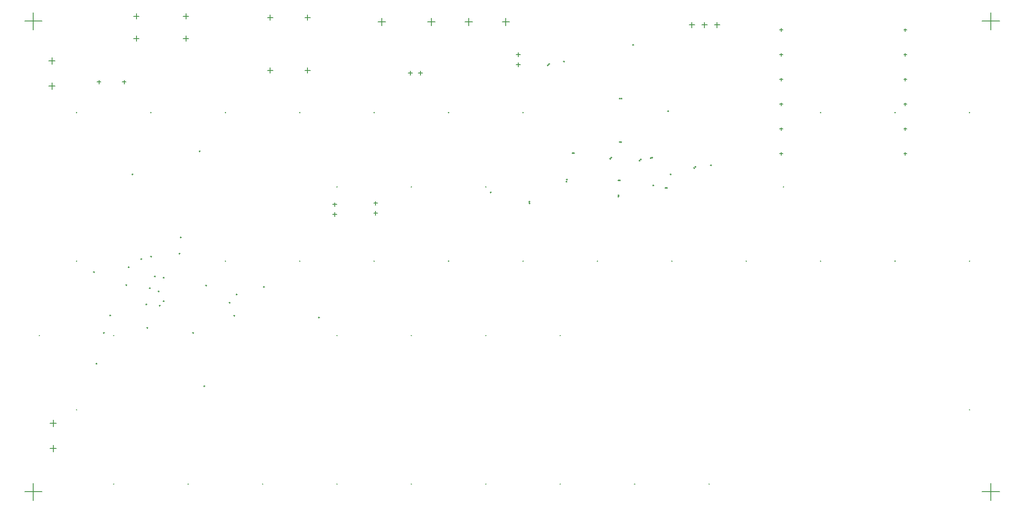
<source format=gbr>
%TF.GenerationSoftware,Altium Limited,Altium Designer,20.0.13 (296)*%
G04 Layer_Color=128*
%FSLAX45Y45*%
%MOMM*%
%TF.FileFunction,Drillmap*%
%TF.Part,Single*%
G01*
G75*
%TA.AperFunction,NonConductor*%
%ADD72C,0.12700*%
D72*
X9799500Y-360000D02*
X9950500D01*
X9875000Y-435500D02*
Y-284500D01*
X9049500Y-360000D02*
X9200500D01*
X9125000Y-435500D02*
Y-284500D01*
X8299500Y-360000D02*
X8450500D01*
X8375000Y-435500D02*
Y-284500D01*
X7299500Y-360000D02*
X7450500D01*
X7375000Y-435500D02*
Y-284500D01*
X7210000Y-4025000D02*
X7290000D01*
X7250000Y-4065000D02*
Y-3985000D01*
X7210000Y-4225000D02*
X7290000D01*
X7250000Y-4265000D02*
Y-4185000D01*
X6385000Y-4050000D02*
X6465000D01*
X6425000Y-4090000D02*
Y-4010000D01*
X6385000Y-4250000D02*
X6465000D01*
X6425000Y-4290000D02*
Y-4210000D01*
X19475000Y-350000D02*
X19825000D01*
X19650000Y-525000D02*
Y-175000D01*
X19475000Y-9850000D02*
X19825000D01*
X19650000Y-10025000D02*
Y-9675000D01*
X175000Y-350000D02*
X525000D01*
X350000Y-525000D02*
Y-175000D01*
X175000Y-9850000D02*
X525000D01*
X350000Y-10025000D02*
Y-9675000D01*
X660000Y-1150000D02*
X790000D01*
X725000Y-1215000D02*
Y-1085000D01*
X660000Y-1658000D02*
X790000D01*
X725000Y-1723000D02*
Y-1593000D01*
X685000Y-8467000D02*
X815000D01*
X750000Y-8532000D02*
Y-8402000D01*
X685000Y-8975000D02*
X815000D01*
X750000Y-9040000D02*
Y-8910000D01*
X2140900Y-1575000D02*
X2217100D01*
X2179000Y-1613100D02*
Y-1536900D01*
X1632900Y-1575000D02*
X1709100D01*
X1671000Y-1613100D02*
Y-1536900D01*
X10082500Y-1225000D02*
X10167500D01*
X10125000Y-1267500D02*
Y-1182500D01*
X10082500Y-1025000D02*
X10167500D01*
X10125000Y-1067500D02*
Y-982500D01*
X7907500Y-1400000D02*
X7992500D01*
X7950000Y-1442500D02*
Y-1357500D01*
X8107500Y-1400000D02*
X8192500D01*
X8150000Y-1442500D02*
Y-1357500D01*
X15389999Y-525000D02*
X15460001D01*
X15425000Y-560000D02*
Y-490000D01*
X15395000Y-1025000D02*
X15455000D01*
X15425000Y-1055000D02*
Y-995000D01*
X15395000Y-1525000D02*
X15455000D01*
X15425000Y-1555000D02*
Y-1495000D01*
X15395000Y-2025000D02*
X15455000D01*
X15425000Y-2055000D02*
Y-1995000D01*
X15395000Y-2525000D02*
X15455000D01*
X15425000Y-2555000D02*
Y-2495000D01*
X15395000Y-3025000D02*
X15455000D01*
X15425000Y-3055000D02*
Y-2995000D01*
X17895000Y-525000D02*
X17955000D01*
X17925000Y-555000D02*
Y-495000D01*
X17895000Y-1025000D02*
X17955000D01*
X17925000Y-1055000D02*
Y-995000D01*
X17895000Y-1525000D02*
X17955000D01*
X17925000Y-1555000D02*
Y-1495000D01*
X17895000Y-2025000D02*
X17955000D01*
X17925000Y-2055000D02*
Y-1995000D01*
X17895000Y-2525000D02*
X17955000D01*
X17925000Y-2555000D02*
Y-2495000D01*
X17895000Y-3025000D02*
X17955000D01*
X17925000Y-3055000D02*
Y-2995000D01*
X2370000Y-700000D02*
X2480000D01*
X2425000Y-755000D02*
Y-645000D01*
X3370000Y-700000D02*
X3480000D01*
X3425000Y-755000D02*
Y-645000D01*
X3370000Y-250000D02*
X3480000D01*
X3425000Y-305000D02*
Y-195000D01*
X2370000Y-250000D02*
X2480000D01*
X2425000Y-305000D02*
Y-195000D01*
X5820000Y-1345000D02*
X5930000D01*
X5875000Y-1400000D02*
Y-1290000D01*
X5070000Y-1345000D02*
X5180000D01*
X5125000Y-1400000D02*
Y-1290000D01*
X5070000Y-275000D02*
X5180000D01*
X5125000Y-330000D02*
Y-220000D01*
X5820000Y-275000D02*
X5930000D01*
X5875000Y-330000D02*
Y-220000D01*
X14078000Y-425000D02*
X14188000D01*
X14133000Y-480000D02*
Y-370000D01*
X13824001Y-425000D02*
X13934000D01*
X13878999Y-480000D02*
Y-370000D01*
X13570000Y-425000D02*
X13680000D01*
X13625000Y-480000D02*
Y-370000D01*
X19215001Y-2192500D02*
X19225002D01*
X19220001Y-2197500D02*
Y-2187500D01*
X19215001Y-5192500D02*
X19225002D01*
X19220001Y-5197500D02*
Y-5187500D01*
X19215001Y-8192500D02*
X19225002D01*
X19220001Y-8197500D02*
Y-8187500D01*
X17715001Y-2192500D02*
X17725002D01*
X17720001Y-2197500D02*
Y-2187500D01*
X17715001Y-5192500D02*
X17725002D01*
X17720001Y-5197500D02*
Y-5187500D01*
X16215001Y-2192500D02*
X16225002D01*
X16220001Y-2197500D02*
Y-2187500D01*
X15465001Y-3692500D02*
X15475002D01*
X15470001Y-3697500D02*
Y-3687500D01*
X16215001Y-5192500D02*
X16225002D01*
X16220001Y-5197500D02*
Y-5187500D01*
X14715001Y-5192500D02*
X14725002D01*
X14720001Y-5197500D02*
Y-5187500D01*
X13965001Y-9692500D02*
X13975000D01*
X13970001Y-9697500D02*
Y-9687500D01*
X13214999Y-5192500D02*
X13225000D01*
X13220000Y-5197500D02*
Y-5187500D01*
X12465000Y-9692500D02*
X12475000D01*
X12470000Y-9697500D02*
Y-9687500D01*
X11715000Y-5192500D02*
X11725000D01*
X11720000Y-5197500D02*
Y-5187500D01*
X10965000Y-6692500D02*
X10975000D01*
X10970000Y-6697500D02*
Y-6687500D01*
X10965000Y-9692500D02*
X10975000D01*
X10970000Y-9697500D02*
Y-9687500D01*
X10215000Y-2192500D02*
X10225000D01*
X10220000Y-2197500D02*
Y-2187500D01*
X9465000Y-3692500D02*
X9475000D01*
X9470000Y-3697500D02*
Y-3687500D01*
X10215000Y-5192500D02*
X10225000D01*
X10220000Y-5197500D02*
Y-5187500D01*
X9465000Y-6692500D02*
X9475000D01*
X9470000Y-6697500D02*
Y-6687500D01*
X9465000Y-9692500D02*
X9475000D01*
X9470000Y-9697500D02*
Y-9687500D01*
X8715000Y-2192500D02*
X8725000D01*
X8720000Y-2197500D02*
Y-2187500D01*
X7965000Y-3692500D02*
X7975000D01*
X7970000Y-3697500D02*
Y-3687500D01*
X8715000Y-5192500D02*
X8725000D01*
X8720000Y-5197500D02*
Y-5187500D01*
X7965000Y-6692500D02*
X7975000D01*
X7970000Y-6697500D02*
Y-6687500D01*
X7965000Y-9692500D02*
X7975000D01*
X7970000Y-9697500D02*
Y-9687500D01*
X7215000Y-2192500D02*
X7225000D01*
X7220000Y-2197500D02*
Y-2187500D01*
X6465000Y-3692500D02*
X6475000D01*
X6470000Y-3697500D02*
Y-3687500D01*
X7215000Y-5192500D02*
X7225000D01*
X7220000Y-5197500D02*
Y-5187500D01*
X6465000Y-6692500D02*
X6475000D01*
X6470000Y-6697500D02*
Y-6687500D01*
X6465000Y-9692500D02*
X6475000D01*
X6470000Y-9697500D02*
Y-9687500D01*
X5715000Y-2192500D02*
X5725000D01*
X5720000Y-2197500D02*
Y-2187500D01*
X5715000Y-5192500D02*
X5725000D01*
X5720000Y-5197500D02*
Y-5187500D01*
X4965000Y-9692500D02*
X4975000D01*
X4970000Y-9697500D02*
Y-9687500D01*
X4215000Y-2192500D02*
X4225000D01*
X4220000Y-2197500D02*
Y-2187500D01*
X4215000Y-5192500D02*
X4225000D01*
X4220000Y-5197500D02*
Y-5187500D01*
X3465000Y-9692500D02*
X3475000D01*
X3470000Y-9697500D02*
Y-9687500D01*
X2715000Y-2192500D02*
X2725000D01*
X2720000Y-2197500D02*
Y-2187500D01*
X1965000Y-6692500D02*
X1975000D01*
X1970000Y-6697500D02*
Y-6687500D01*
X1965000Y-9692500D02*
X1975000D01*
X1970000Y-9697500D02*
Y-9687500D01*
X1215000Y-2192500D02*
X1225000D01*
X1220000Y-2197500D02*
Y-2187500D01*
X1215000Y-5192500D02*
X1225000D01*
X1220000Y-5197500D02*
Y-5187500D01*
X465000Y-6692500D02*
X475000D01*
X470000Y-6697500D02*
Y-6687500D01*
X1215000Y-8192500D02*
X1225000D01*
X1220000Y-8197500D02*
Y-8187500D01*
X11962300Y-3125000D02*
X11987700D01*
X11975000Y-3137700D02*
Y-3112300D01*
X11987300Y-3100000D02*
X12012700D01*
X12000000Y-3112700D02*
Y-3087300D01*
X2882908Y-6087724D02*
X2908308D01*
X2895608Y-6100424D02*
Y-6075024D01*
X6094504Y-6331801D02*
X6119904D01*
X6107204Y-6344501D02*
Y-6319101D01*
X4387506Y-6293301D02*
X4412906D01*
X4400206Y-6306001D02*
Y-6280601D01*
X4294504Y-6031801D02*
X4319904D01*
X4307204Y-6044501D02*
Y-6019101D01*
X2962300Y-6000000D02*
X2987700D01*
X2975000Y-6012700D02*
Y-5987300D01*
X2962300Y-5525000D02*
X2987700D01*
X2975000Y-5537700D02*
Y-5512300D01*
X3282908Y-5037725D02*
X3308308D01*
X3295608Y-5050425D02*
Y-5025025D01*
X3307908Y-4712725D02*
X3333308D01*
X3320608Y-4725425D02*
Y-4700025D01*
X2332908Y-3437725D02*
X2358308D01*
X2345608Y-3450425D02*
Y-3425025D01*
X2257908Y-5312724D02*
X2283308D01*
X2270608Y-5325424D02*
Y-5300024D01*
X2612300Y-6062700D02*
X2637700D01*
X2625000Y-6075400D02*
Y-6050000D01*
X2632908Y-6537725D02*
X2658308D01*
X2645608Y-6550425D02*
Y-6525025D01*
X4982908Y-5712725D02*
X5008308D01*
X4995608Y-5725425D02*
Y-5700025D01*
X4432908Y-5862725D02*
X4458308D01*
X4445608Y-5875425D02*
Y-5850025D01*
X10732908Y-1212725D02*
X10758308D01*
X10745608Y-1225425D02*
Y-1200025D01*
X10707908Y-1237725D02*
X10733308D01*
X10720608Y-1250425D02*
Y-1225025D01*
X9557302Y-3802002D02*
X9582702D01*
X9570002Y-3814702D02*
Y-3789302D01*
X12132908Y-3862725D02*
X12158308D01*
X12145608Y-3875425D02*
Y-3850025D01*
X12127906Y-3887725D02*
X12153306D01*
X12140606Y-3900425D02*
Y-3875025D01*
X12157908Y-3562725D02*
X12183308D01*
X12170608Y-3575425D02*
Y-3550025D01*
X12132908Y-3562725D02*
X12158308D01*
X12145608Y-3575425D02*
Y-3550025D01*
X11032908Y-1162725D02*
X11058308D01*
X11045608Y-1175425D02*
Y-1150025D01*
X10332908Y-3987725D02*
X10358308D01*
X10345608Y-4000425D02*
Y-3975025D01*
X11082908Y-3587725D02*
X11108308D01*
X11095608Y-3600425D02*
Y-3575025D01*
X11207908Y-3012725D02*
X11233308D01*
X11220608Y-3025425D02*
Y-3000025D01*
X12192908Y-1912724D02*
X12218308D01*
X12205608Y-1925424D02*
Y-1900024D01*
X12157908Y-1912725D02*
X12183308D01*
X12170608Y-1925425D02*
Y-1900025D01*
X12182908Y-2787725D02*
X12208308D01*
X12195608Y-2800425D02*
Y-2775025D01*
X12157908Y-2787725D02*
X12183308D01*
X12170608Y-2800425D02*
Y-2775025D01*
X12582908Y-3137725D02*
X12608308D01*
X12595608Y-3150425D02*
Y-3125025D01*
X12557908Y-3162725D02*
X12583308D01*
X12570608Y-3175425D02*
Y-3150025D01*
X12812300Y-3100000D02*
X12837700D01*
X12825000Y-3112700D02*
Y-3087300D01*
X13107909Y-3712725D02*
X13133308D01*
X13120609Y-3725425D02*
Y-3700025D01*
X13082909Y-3712725D02*
X13108308D01*
X13095609Y-3725425D02*
Y-3700025D01*
X12832909Y-3662725D02*
X12858308D01*
X12845609Y-3675425D02*
Y-3650025D01*
X13682909Y-3287725D02*
X13708308D01*
X13695609Y-3300425D02*
Y-3275025D01*
X13997914Y-3257726D02*
X14023314D01*
X14010614Y-3270426D02*
Y-3245026D01*
X13182909Y-3437725D02*
X13208308D01*
X13195609Y-3450425D02*
Y-3425025D01*
X13657909Y-3312725D02*
X13683308D01*
X13670609Y-3325425D02*
Y-3300025D01*
X12782908Y-3112725D02*
X12808308D01*
X12795608Y-3125425D02*
Y-3100025D01*
X11232908Y-3012724D02*
X11258308D01*
X11245608Y-3025424D02*
Y-3000024D01*
X13132909Y-2162725D02*
X13158308D01*
X13145609Y-2175425D02*
Y-2150025D01*
X3819505Y-5681801D02*
X3844905D01*
X3832205Y-5694501D02*
Y-5669101D01*
X1882908Y-6287725D02*
X1908308D01*
X1895608Y-6300425D02*
Y-6275025D01*
X1757908Y-6637725D02*
X1783308D01*
X1770608Y-6650425D02*
Y-6625025D01*
X1607908Y-7262725D02*
X1633308D01*
X1620608Y-7275425D02*
Y-7250025D01*
X2212300Y-5675000D02*
X2237700D01*
X2225000Y-5687700D02*
Y-5662300D01*
X2712300Y-5100000D02*
X2737700D01*
X2725000Y-5112700D02*
Y-5087300D01*
X2512300Y-5150000D02*
X2537700D01*
X2525000Y-5162700D02*
Y-5137300D01*
X1557908Y-5412725D02*
X1583308D01*
X1570608Y-5425425D02*
Y-5400025D01*
X12427298Y-825000D02*
X12452698D01*
X12439998Y-837700D02*
Y-812300D01*
X11092914Y-3545227D02*
X11118314D01*
X11105614Y-3557927D02*
Y-3532527D01*
X10337299Y-4024999D02*
X10362699D01*
X10349999Y-4037699D02*
Y-4012299D01*
X3782908Y-7712724D02*
X3808308D01*
X3795608Y-7725424D02*
Y-7700024D01*
X3557908Y-6637725D02*
X3583308D01*
X3570608Y-6650425D02*
Y-6625025D01*
X2682908Y-5738198D02*
X2708308D01*
X2695608Y-5750898D02*
Y-5725498D01*
X3687300Y-2975000D02*
X3712700D01*
X3700000Y-2987700D02*
Y-2962300D01*
X2863901Y-5803201D02*
X2889301D01*
X2876601Y-5815901D02*
Y-5790501D01*
X2787291Y-5499991D02*
X2812691D01*
X2799991Y-5512691D02*
Y-5487291D01*
%TF.MD5,f69282f16d562210f270e96264a789a6*%
M02*

</source>
